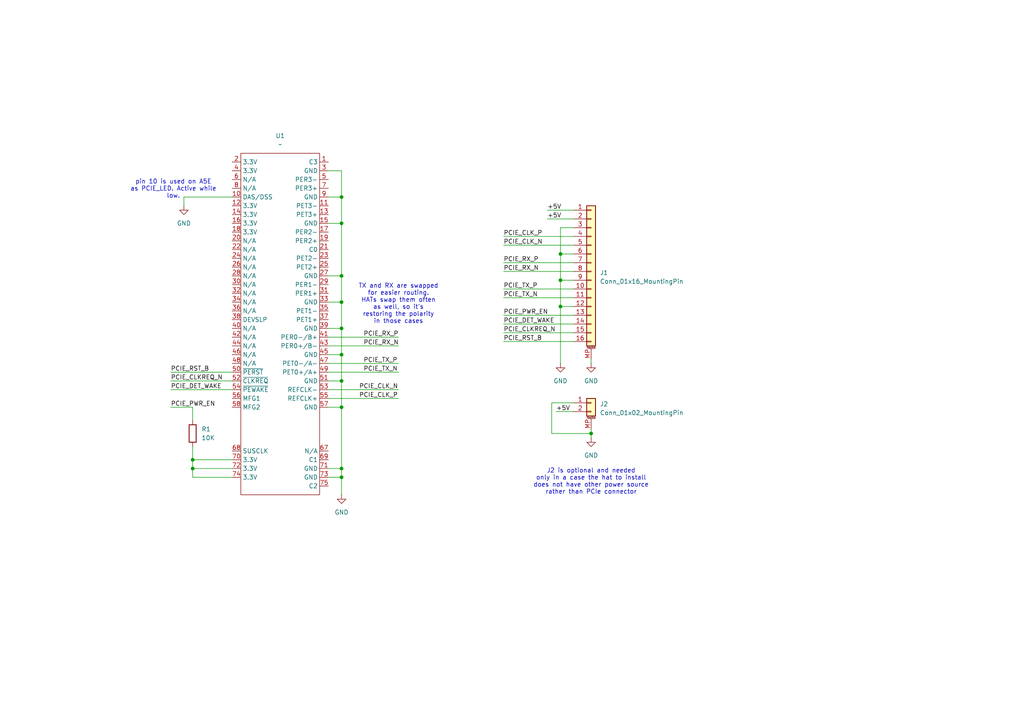
<source format=kicad_sch>
(kicad_sch (version 20250114) (generator "eeschema") (generator_version "9.0")
  (paper "A4")
  (lib_symbols
    (symbol "Connector_Generic_MountingPin:Conn_01x02_MountingPin" (pin_names (offset 1.016) (hide yes))
      (property "Reference" "J" (at 0 2.54 0))
      (property "Value" "Conn_01x02_MountingPin" (at 1.27 -5.08 0))
      (symbol "Conn_01x02_MountingPin_1_1"
        (rectangle (start -1.27 1.27) (end 1.27 -3.81) (stroke (width 0.254)) (fill (type background)))
        (rectangle (start -1.27 0.127) (end 0 -0.127) (stroke (width 0.1524)))
        (rectangle (start -1.27 -2.413) (end 0 -2.667) (stroke (width 0.1524)))
        (polyline (pts (xy -1.016 -4.572) (xy 1.016 -4.572)) (stroke (width 0.1524)))
        (text "Mounting" (at 0 -4.191 0) (effects (font (size 0.381 0.381))))
        (pin passive line (at -5.08 0 0) (length 3.81) (name "Pin_1") (number "1"))
        (pin passive line (at -5.08 -2.54 0) (length 3.81) (name "Pin_2") (number "2"))
        (pin passive line (at 0 -7.62 90) (length 3.048) (name "MountPin") (number "MP"))
      )
    )
    (symbol "Connector_Generic_MountingPin:Conn_01x16_MountingPin" (pin_names (offset 1.016) (hide yes))
      (property "Reference" "J" (at 0 20.32 0))
      (property "Value" "Conn_01x16_MountingPin" (at 1.27 -22.86 0))
      (symbol "Conn_01x16_MountingPin_1_1"
        (rectangle (start -1.27 19.05) (end 1.27 -21.59) (stroke (width 0.254)) (fill (type background)))
        (rectangle (start -1.27 17.907) (end 0 17.653) (stroke (width 0.1524)))
        (rectangle (start -1.27 15.367) (end 0 15.113) (stroke (width 0.1524)))
        (rectangle (start -1.27 12.827) (end 0 12.573) (stroke (width 0.1524)))
        (rectangle (start -1.27 10.287) (end 0 10.033) (stroke (width 0.1524)))
        (rectangle (start -1.27 7.747) (end 0 7.493) (stroke (width 0.1524)))
        (rectangle (start -1.27 5.207) (end 0 4.953) (stroke (width 0.1524)))
        (rectangle (start -1.27 2.667) (end 0 2.413) (stroke (width 0.1524)))
        (rectangle (start -1.27 0.127) (end 0 -0.127) (stroke (width 0.1524)))
        (rectangle (start -1.27 -2.413) (end 0 -2.667) (stroke (width 0.1524)))
        (rectangle (start -1.27 -4.953) (end 0 -5.207) (stroke (width 0.1524)))
        (rectangle (start -1.27 -7.493) (end 0 -7.747) (stroke (width 0.1524)))
        (rectangle (start -1.27 -10.033) (end 0 -10.287) (stroke (width 0.1524)))
        (rectangle (start -1.27 -12.573) (end 0 -12.827) (stroke (width 0.1524)))
        (rectangle (start -1.27 -15.113) (end 0 -15.367) (stroke (width 0.1524)))
        (rectangle (start -1.27 -17.653) (end 0 -17.907) (stroke (width 0.1524)))
        (rectangle (start -1.27 -20.193) (end 0 -20.447) (stroke (width 0.1524)))
        (polyline (pts (xy -1.016 -22.352) (xy 1.016 -22.352)) (stroke (width 0.1524)))
        (text "Mounting" (at 0 -21.971 0) (effects (font (size 0.381 0.381))))
        (pin passive line (at -5.08 17.78 0) (length 3.81) (name "Pin_1") (number "1"))
        (pin passive line (at -5.08 15.24 0) (length 3.81) (name "Pin_2") (number "2"))
        (pin passive line (at -5.08 12.7 0) (length 3.81) (name "Pin_3") (number "3"))
        (pin passive line (at -5.08 10.16 0) (length 3.81) (name "Pin_4") (number "4"))
        (pin passive line (at -5.08 7.62 0) (length 3.81) (name "Pin_5") (number "5"))
        (pin passive line (at -5.08 5.08 0) (length 3.81) (name "Pin_6") (number "6"))
        (pin passive line (at -5.08 2.54 0) (length 3.81) (name "Pin_7") (number "7"))
        (pin passive line (at -5.08 0 0) (length 3.81) (name "Pin_8") (number "8"))
        (pin passive line (at -5.08 -2.54 0) (length 3.81) (name "Pin_9") (number "9"))
        (pin passive line (at -5.08 -5.08 0) (length 3.81) (name "Pin_10") (number "10"))
        (pin passive line (at -5.08 -7.62 0) (length 3.81) (name "Pin_11") (number "11"))
        (pin passive line (at -5.08 -10.16 0) (length 3.81) (name "Pin_12") (number "12"))
        (pin passive line (at -5.08 -12.7 0) (length 3.81) (name "Pin_13") (number "13"))
        (pin passive line (at -5.08 -15.24 0) (length 3.81) (name "Pin_14") (number "14"))
        (pin passive line (at -5.08 -17.78 0) (length 3.81) (name "Pin_15") (number "15"))
        (pin passive line (at -5.08 -20.32 0) (length 3.81) (name "Pin_16") (number "16"))
        (pin passive line (at 0 -25.4 90) (length 3.048) (name "MountPin") (number "MP"))
      )
    )
    (symbol "Device:R" (pin_numbers (hide yes)) (pin_names (offset 0))
      (property "Reference" "R" (at 2.032 0 90))
      (property "Value" "R" (at 0 0 90))
      (symbol "R_0_1"
        (rectangle (start -1.016 -2.54) (end 1.016 2.54) (stroke (width 0.254)))
      )
      (symbol "R_1_1"
        (pin passive line (at 0 3.81 270) (length 1.27) (name "~") (number "1"))
        (pin passive line (at 0 -3.81 90) (length 1.27) (name "~") (number "2"))
      )
    )
    (symbol "power:GND" (power) (pin_numbers (hide yes)) (pin_names (offset 0) (hide yes))
      (property "Value" "GND" (at 0 -3.81 0))
      (symbol "GND_0_1"
        (polyline (pts (xy 0 0) (xy 0 -1.27) (xy 1.27 -1.27) (xy 0 -2.54) (xy -1.27 -1.27) (xy 0 -1.27)))
      )
      (symbol "GND_1_1"
        (pin power_in line (at 0 0 270) (length 0) (name "~") (number "1"))
      )
    )
    (symbol "user_lib_symb:NGFF_M_EDGE_SLOT"
      (property "Reference" "U" (at -6.35 100.33 0))
      (symbol "NGFF_M_EDGE_SLOT_0_1"
        (rectangle (start -11.43 99.06) (end 11.43 0))
      )
      (symbol "NGFF_M_EDGE_SLOT_1_1"
        (pin input line (at -13.97 96.52 0) (length 2.54) (name "C3") (number "1"))
        (pin input line (at -13.97 93.98 0) (length 2.54) (name "GND") (number "3"))
        (pin input line (at -13.97 91.44 0) (length 2.54) (name "PER3-") (number "5"))
        (pin input line (at -13.97 88.9 0) (length 2.54) (name "PER3+") (number "7"))
        (pin input line (at -13.97 86.36 0) (length 2.54) (name "GND") (number "9"))
        (pin input line (at -13.97 83.82 0) (length 2.54) (name "PET3-") (number "11"))
        (pin input line (at -13.97 81.28 0) (length 2.54) (name "PET3+") (number "13"))
        (pin input line (at -13.97 78.74 0) (length 2.54) (name "GND") (number "15"))
        (pin input line (at -13.97 76.2 0) (length 2.54) (name "PER2-") (number "17"))
        (pin input line (at -13.97 73.66 0) (length 2.54) (name "PER2+") (number "19"))
        (pin input line (at -13.97 71.12 0) (length 2.54) (name "C0") (number "21"))
        (pin input line (at -13.97 68.58 0) (length 2.54) (name "PET2-") (number "23"))
        (pin input line (at -13.97 66.04 0) (length 2.54) (name "PET2+") (number "25"))
        (pin input line (at -13.97 63.5 0) (length 2.54) (name "GND") (number "27"))
        (pin input line (at -13.97 60.96 0) (length 2.54) (name "PER1-") (number "29"))
        (pin input line (at -13.97 58.42 0) (length 2.54) (name "PER1+") (number "31"))
        (pin input line (at -13.97 55.88 0) (length 2.54) (name "GND") (number "33"))
        (pin input line (at -13.97 53.34 0) (length 2.54) (name "PET1-") (number "35"))
        (pin input line (at -13.97 50.8 0) (length 2.54) (name "PET1+") (number "37"))
        (pin input line (at -13.97 48.26 0) (length 2.54) (name "GND") (number "39"))
        (pin input line (at -13.97 45.72 0) (length 2.54) (name "PER0-/B+") (number "41"))
        (pin input line (at -13.97 43.18 0) (length 2.54) (name "PER0+/B-") (number "43"))
        (pin input line (at -13.97 40.64 0) (length 2.54) (name "GND") (number "45"))
        (pin input line (at -13.97 38.1 0) (length 2.54) (name "PET0-/A-") (number "47"))
        (pin input line (at -13.97 35.56 0) (length 2.54) (name "PET0+/A+") (number "49"))
        (pin input line (at -13.97 33.02 0) (length 2.54) (name "GND") (number "51"))
        (pin input line (at -13.97 30.48 0) (length 2.54) (name "REFCLK-") (number "53"))
        (pin input line (at -13.97 27.94 0) (length 2.54) (name "REFCLK+") (number "55"))
        (pin input line (at -13.97 25.4 0) (length 2.54) (name "GND") (number "57"))
        (pin input line (at -13.97 12.7 0) (length 2.54) (name "N/A") (number "67"))
        (pin input line (at -13.97 10.16 0) (length 2.54) (name "C1") (number "69"))
        (pin input line (at -13.97 7.62 0) (length 2.54) (name "GND") (number "71"))
        (pin input line (at -13.97 5.08 0) (length 2.54) (name "GND") (number "73"))
        (pin input line (at -13.97 2.54 0) (length 2.54) (name "C2") (number "75"))
        (pin input line (at 13.97 96.52 180) (length 2.54) (name "3.3V") (number "2"))
        (pin input line (at 13.97 93.98 180) (length 2.54) (name "3.3V") (number "4"))
        (pin input line (at 13.97 91.44 180) (length 2.54) (name "N/A") (number "6"))
        (pin input line (at 13.97 88.9 180) (length 2.54) (name "N/A") (number "8"))
        (pin input line (at 13.97 86.36 180) (length 2.54) (name "DAS/DSS") (number "10"))
        (pin input line (at 13.97 83.82 180) (length 2.54) (name "3.3V") (number "12"))
        (pin input line (at 13.97 81.28 180) (length 2.54) (name "3.3V") (number "14"))
        (pin input line (at 13.97 78.74 180) (length 2.54) (name "3.3V") (number "16"))
        (pin input line (at 13.97 76.2 180) (length 2.54) (name "3.3V") (number "18"))
        (pin input line (at 13.97 73.66 180) (length 2.54) (name "N/A") (number "20"))
        (pin input line (at 13.97 71.12 180) (length 2.54) (name "N/A") (number "22"))
        (pin input line (at 13.97 68.58 180) (length 2.54) (name "N/A") (number "24"))
        (pin input line (at 13.97 66.04 180) (length 2.54) (name "N/A") (number "26"))
        (pin input line (at 13.97 63.5 180) (length 2.54) (name "N/A") (number "28"))
        (pin input line (at 13.97 60.96 180) (length 2.54) (name "N/A") (number "30"))
        (pin input line (at 13.97 58.42 180) (length 2.54) (name "N/A") (number "32"))
        (pin input line (at 13.97 55.88 180) (length 2.54) (name "N/A") (number "34"))
        (pin input line (at 13.97 53.34 180) (length 2.54) (name "N/A") (number "36"))
        (pin input line (at 13.97 50.8 180) (length 2.54) (name "DEVSLP") (number "38"))
        (pin input line (at 13.97 48.26 180) (length 2.54) (name "N/A") (number "40"))
        (pin input line (at 13.97 45.72 180) (length 2.54) (name "N/A") (number "42"))
        (pin input line (at 13.97 43.18 180) (length 2.54) (name "N/A") (number "44"))
        (pin input line (at 13.97 40.64 180) (length 2.54) (name "N/A") (number "46"))
        (pin input line (at 13.97 38.1 180) (length 2.54) (name "N/A") (number "48"))
        (pin input line (at 13.97 35.56 180) (length 2.54) (name "~{PERST}") (number "50"))
        (pin input line (at 13.97 33.02 180) (length 2.54) (name "~{CLKREQ}") (number "52"))
        (pin input line (at 13.97 30.48 180) (length 2.54) (name "~{PEWAKE}") (number "54"))
        (pin input line (at 13.97 27.94 180) (length 2.54) (name "MFG1") (number "56"))
        (pin input line (at 13.97 25.4 180) (length 2.54) (name "MFG2") (number "58"))
        (pin input line (at 13.97 12.7 180) (length 2.54) (name "SUSCLK") (number "68"))
        (pin input line (at 13.97 10.16 180) (length 2.54) (name "3.3V") (number "70"))
        (pin input line (at 13.97 7.62 180) (length 2.54) (name "3.3V") (number "72"))
        (pin input line (at 13.97 5.08 180) (length 2.54) (name "3.3V") (number "74"))
      )
    )
  )
  (text "TX and RX are swapped\nfor easier routing.\nHATs swap them often\nas well, so it's\nrestoring the polarity\nin those cases" (at 115.57 88.138 0) (effects (font (size 1.27 1.27))))
  (text "pin 10 is used on A5E\nas PCIE_LED. Active while\nlow." (at 50.292 54.864 0) (effects (font (size 1.27 1.27))))
  (text "J2 is optional and needed\nonly in a case the hat to install\ndoes not have other power source\nrather than PCIe connector" (at 171.45 139.7 0) (effects (font (size 1.27 1.27))))
  (junction (at 99.06 135.89))
  (junction (at 171.45 125.73))
  (junction (at 55.88 133.35))
  (junction (at 99.06 102.87))
  (junction (at 99.06 57.15))
  (junction (at 162.56 88.9))
  (junction (at 162.56 73.66))
  (junction (at 99.06 110.49))
  (junction (at 99.06 138.43))
  (junction (at 99.06 80.01))
  (junction (at 99.06 64.77))
  (junction (at 99.06 87.63))
  (junction (at 162.56 81.28))
  (junction (at 99.06 118.11))
  (junction (at 55.88 135.89))
  (junction (at 99.06 95.25))
  (wire (pts (xy 146.05 71.12) (xy 166.37 71.12)))
  (wire (pts (xy 95.25 49.53) (xy 99.06 49.53)))
  (wire (pts (xy 146.05 93.98) (xy 166.37 93.98)))
  (wire (pts (xy 161.29 119.38) (xy 166.37 119.38)))
  (wire (pts (xy 49.53 107.95) (xy 67.31 107.95)))
  (wire (pts (xy 162.56 66.04) (xy 162.56 73.66)))
  (wire (pts (xy 160.02 116.84) (xy 160.02 125.73)))
  (wire (pts (xy 99.06 57.15) (xy 99.06 64.77)))
  (wire (pts (xy 99.06 64.77) (xy 99.06 80.01)))
  (wire (pts (xy 95.25 110.49) (xy 99.06 110.49)))
  (wire (pts (xy 160.02 125.73) (xy 171.45 125.73)))
  (wire (pts (xy 146.05 86.36) (xy 166.37 86.36)))
  (wire (pts (xy 162.56 88.9) (xy 166.37 88.9)))
  (wire (pts (xy 171.45 125.73) (xy 171.45 124.46)))
  (wire (pts (xy 95.25 64.77) (xy 99.06 64.77)))
  (wire (pts (xy 67.31 133.35) (xy 55.88 133.35)))
  (wire (pts (xy 53.34 57.15) (xy 53.34 59.69)))
  (wire (pts (xy 162.56 81.28) (xy 162.56 88.9)))
  (wire (pts (xy 146.05 68.58) (xy 166.37 68.58)))
  (wire (pts (xy 95.25 87.63) (xy 99.06 87.63)))
  (wire (pts (xy 146.05 96.52) (xy 166.37 96.52)))
  (wire (pts (xy 49.53 113.03) (xy 67.31 113.03)))
  (wire (pts (xy 146.05 99.06) (xy 166.37 99.06)))
  (wire (pts (xy 99.06 135.89) (xy 99.06 138.43)))
  (wire (pts (xy 99.06 80.01) (xy 99.06 87.63)))
  (wire (pts (xy 99.06 95.25) (xy 99.06 102.87)))
  (wire (pts (xy 67.31 138.43) (xy 55.88 138.43)))
  (wire (pts (xy 95.25 138.43) (xy 99.06 138.43)))
  (wire (pts (xy 99.06 110.49) (xy 99.06 118.11)))
  (wire (pts (xy 95.25 105.41) (xy 115.57 105.41)))
  (wire (pts (xy 49.53 118.11) (xy 55.88 118.11)))
  (wire (pts (xy 99.06 138.43) (xy 99.06 143.51)))
  (wire (pts (xy 146.05 78.74) (xy 166.37 78.74)))
  (wire (pts (xy 171.45 125.73) (xy 171.45 127)))
  (wire (pts (xy 49.53 110.49) (xy 67.31 110.49)))
  (wire (pts (xy 162.56 88.9) (xy 162.56 105.41)))
  (wire (pts (xy 95.25 95.25) (xy 99.06 95.25)))
  (wire (pts (xy 99.06 102.87) (xy 99.06 110.49)))
  (wire (pts (xy 95.25 80.01) (xy 99.06 80.01)))
  (wire (pts (xy 67.31 135.89) (xy 55.88 135.89)))
  (wire (pts (xy 95.25 135.89) (xy 99.06 135.89)))
  (wire (pts (xy 146.05 83.82) (xy 166.37 83.82)))
  (wire (pts (xy 55.88 121.92) (xy 55.88 118.11)))
  (wire (pts (xy 95.25 97.79) (xy 115.57 97.79)))
  (wire (pts (xy 166.37 66.04) (xy 162.56 66.04)))
  (wire (pts (xy 158.75 63.5) (xy 166.37 63.5)))
  (wire (pts (xy 95.25 107.95) (xy 115.57 107.95)))
  (wire (pts (xy 146.05 76.2) (xy 166.37 76.2)))
  (wire (pts (xy 158.75 60.96) (xy 166.37 60.96)))
  (wire (pts (xy 146.05 91.44) (xy 166.37 91.44)))
  (wire (pts (xy 95.25 100.33) (xy 115.57 100.33)))
  (wire (pts (xy 55.88 129.54) (xy 55.88 133.35)))
  (wire (pts (xy 95.25 115.57) (xy 115.57 115.57)))
  (wire (pts (xy 95.25 102.87) (xy 99.06 102.87)))
  (wire (pts (xy 99.06 87.63) (xy 99.06 95.25)))
  (wire (pts (xy 99.06 49.53) (xy 99.06 57.15)))
  (wire (pts (xy 162.56 73.66) (xy 162.56 81.28)))
  (wire (pts (xy 95.25 118.11) (xy 99.06 118.11)))
  (wire (pts (xy 171.45 104.14) (xy 171.45 105.41)))
  (wire (pts (xy 55.88 138.43) (xy 55.88 135.89)))
  (wire (pts (xy 67.31 57.15) (xy 53.34 57.15)))
  (wire (pts (xy 95.25 113.03) (xy 115.57 113.03)))
  (wire (pts (xy 99.06 118.11) (xy 99.06 135.89)))
  (wire (pts (xy 162.56 73.66) (xy 166.37 73.66)))
  (wire (pts (xy 162.56 81.28) (xy 166.37 81.28)))
  (wire (pts (xy 55.88 135.89) (xy 55.88 133.35)))
  (wire (pts (xy 166.37 116.84) (xy 160.02 116.84)))
  (wire (pts (xy 95.25 57.15) (xy 99.06 57.15)))
  (label "PCIE_PWR_EN" (at 49.53 118.11 0))
  (label "PCIE_CLK_N" (at 104.14 113.03 0))
  (label "PCIE_RX_P" (at 146.05 76.2 0))
  (label "PCIE_CLK_P" (at 146.05 68.58 0))
  (label "PCIE_RST_B" (at 146.05 99.06 0))
  (label "PCIE_RX_P" (at 105.41 97.79 0))
  (label "PCIE_TX_N" (at 105.41 107.95 0))
  (label "PCIE_TX_P" (at 105.41 105.41 0))
  (label "PCIE_TX_N" (at 146.05 86.36 0))
  (label "PCIE_RST_B" (at 49.53 107.95 0))
  (label "PCIE_CLKREQ_N" (at 146.05 96.52 0))
  (label "PCIE_RX_N" (at 105.41 100.33 0))
  (label "+5V" (at 158.75 60.96 0))
  (label "+5V" (at 158.75 63.5 0))
  (label "PCIE_DET_WAKE" (at 146.05 93.98 0))
  (label "+5V" (at 161.29 119.38 0))
  (label "PCIE_CLKREQ_N" (at 49.53 110.49 0))
  (label "PCIE_RX_N" (at 146.05 78.74 0))
  (label "PCIE_CLK_N" (at 146.05 71.12 0))
  (label "PCIE_PWR_EN" (at 146.05 91.44 0))
  (label "PCIE_TX_P" (at 146.05 83.82 0))
  (label "PCIE_CLK_P" (at 104.14 115.57 0))
  (label "PCIE_DET_WAKE" (at 49.53 113.03 0))
  (symbol (lib_id "power:GND") (at 99.06 143.51 0) (unit 1)
    (property "Reference" "#PWR04" (effects (hide yes)))
    (property "Value" "GND" (at 99.06 148.59 0))
    (property "Description" "Power symbol creates a global label with name \"GND\" , ground" (effects (hide yes)))
  )
  (symbol (lib_id "Device:R") (at 55.88 125.73 0) (unit 1)
    (property "Reference" "R1" (at 58.42 124.4599 0) (effects (justify left)))
    (property "Value" "10K" (at 58.42 126.9999 0) (effects (justify left)))
    (property "Footprint" "Resistor_SMD:R_1206_3216Metric_Pad1.30x1.75mm_HandSolder" (effects (hide yes)))
    (property "Description" "Resistor" (effects (hide yes)))
  )
  (symbol (lib_id "power:GND") (at 171.45 127 0) (unit 1)
    (property "Reference" "#PWR01" (effects (hide yes)))
    (property "Value" "GND" (at 171.45 132.08 0))
    (property "Description" "Power symbol creates a global label with name \"GND\" , ground" (effects (hide yes)))
  )
  (symbol (lib_id "power:GND") (at 162.56 105.41 0) (unit 1)
    (property "Reference" "#PWR03" (effects (hide yes)))
    (property "Value" "GND" (at 162.56 110.49 0))
    (property "Description" "Power symbol creates a global label with name \"GND\" , ground" (effects (hide yes)))
  )
  (symbol (lib_id "Connector_Generic_MountingPin:Conn_01x16_MountingPin") (at 171.45 78.74 0) (unit 1)
    (property "Reference" "J1" (at 173.99 79.0955 0) (effects (justify left)))
    (property "Value" "Conn_01x16_MountingPin" (at 173.99 81.6355 0) (effects (justify left)))
    (property "Footprint" "user_lib_fp:Amphenol_F32Q-1A7x1-11016_1x16-1MP_P0.5mm_Horizontal-reversed" (effects (hide yes)))
    (property "Description" "Generic connectable mounting pin connector, single row, 01x16, script generated (kicad-library-utils/schlib/autogen/connector/)" (effects (hide yes)))
  )
  (symbol (lib_id "power:GND") (at 171.45 105.41 0) (unit 1)
    (property "Reference" "#PWR02" (effects (hide yes)))
    (property "Value" "GND" (at 171.45 110.49 0))
    (property "Description" "Power symbol creates a global label with name \"GND\" , ground" (effects (hide yes)))
  )
  (symbol (lib_id "user_lib_symb:NGFF_M_EDGE_SLOT") (at 81.28 143.51 0) (mirror y) (unit 1)
    (property "Reference" "U1" (at 81.28 39.37 0))
    (property "Value" "~" (at 81.28 41.91 0))
    (property "Footprint" "user_lib_fp:NGFF_M_LONG_NO_MASK" (effects (hide yes)))
  )
  (symbol (lib_id "Connector_Generic_MountingPin:Conn_01x02_MountingPin") (at 171.45 116.84 0) (unit 1)
    (property "Reference" "J2" (at 173.99 117.1955 0) (effects (justify left)))
    (property "Value" "Conn_01x02_MountingPin" (at 173.99 119.7355 0) (effects (justify left)))
    (property "Footprint" "Connector_JST:JST_SH_SM02B-SRSS-TB_1x02-1MP_P1.00mm_Horizontal" (effects (hide yes)))
    (property "Description" "Generic connectable mounting pin connector, single row, 01x02, script generated (kicad-library-utils/schlib/autogen/connector/)" (effects (hide yes)))
  )
  (symbol (lib_id "power:GND") (at 53.34 59.69 0) (unit 1)
    (property "Reference" "#PWR05" (effects (hide yes)))
    (property "Value" "GND" (at 53.34 64.77 0))
    (property "Description" "Power symbol creates a global label with name \"GND\" , ground" (effects (hide yes)))
  )
)
</source>
